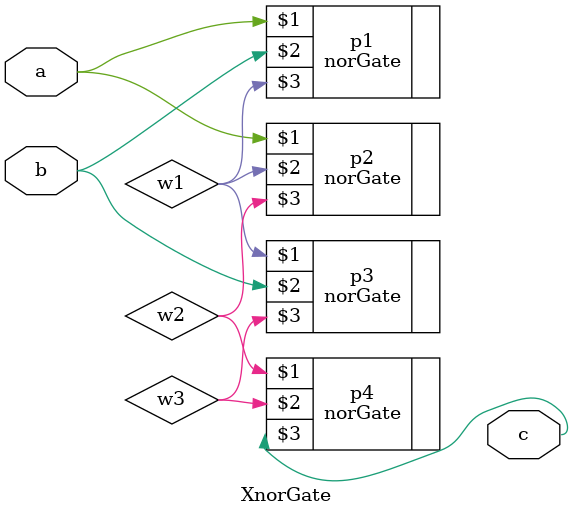
<source format=v>
`include "NorGate.v"

module XnorGate(a, b, c);
    input a, b;
    output c;

    wire w1, w2, w3;

    norGate p1(a, b, w1);
    norGate p2(a, w1, w2);
    norGate p3(w1, b, w3);
    norGate p4(w2, w3, c);
endmodule
</source>
